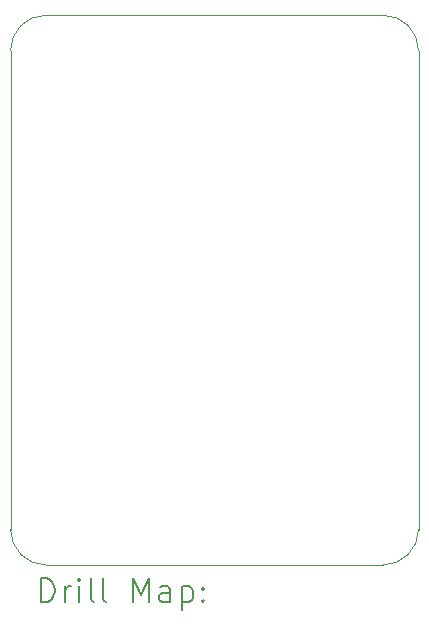
<source format=gbr>
%TF.GenerationSoftware,KiCad,Pcbnew,8.0.8*%
%TF.CreationDate,2025-04-02T15:42:16+05:30*%
%TF.ProjectId,STHDAQ_B1,53544844-4151-45f4-9231-2e6b69636164,rev?*%
%TF.SameCoordinates,Original*%
%TF.FileFunction,Drillmap*%
%TF.FilePolarity,Positive*%
%FSLAX45Y45*%
G04 Gerber Fmt 4.5, Leading zero omitted, Abs format (unit mm)*
G04 Created by KiCad (PCBNEW 8.0.8) date 2025-04-02 15:42:16*
%MOMM*%
%LPD*%
G01*
G04 APERTURE LIST*
%ADD10C,0.050000*%
%ADD11C,0.200000*%
G04 APERTURE END LIST*
D10*
X16921200Y-5135600D02*
G75*
G02*
X17221200Y-5435600I0J-300000D01*
G01*
X16921200Y-9790668D02*
X14066800Y-9790668D01*
X14066800Y-9790668D02*
G75*
G02*
X13766800Y-9490668I0J300000D01*
G01*
X17221200Y-5435600D02*
X17221200Y-9490668D01*
X17221200Y-9490668D02*
G75*
G02*
X16921200Y-9790668I-300000J0D01*
G01*
X13766800Y-9490668D02*
X13766800Y-5435600D01*
X14066800Y-5135600D02*
X16921200Y-5135600D01*
X13766800Y-5435600D02*
G75*
G02*
X14066800Y-5135600I300000J0D01*
G01*
D11*
X14025077Y-10104652D02*
X14025077Y-9904652D01*
X14025077Y-9904652D02*
X14072696Y-9904652D01*
X14072696Y-9904652D02*
X14101267Y-9914176D01*
X14101267Y-9914176D02*
X14120315Y-9933223D01*
X14120315Y-9933223D02*
X14129839Y-9952271D01*
X14129839Y-9952271D02*
X14139362Y-9990366D01*
X14139362Y-9990366D02*
X14139362Y-10018938D01*
X14139362Y-10018938D02*
X14129839Y-10057033D01*
X14129839Y-10057033D02*
X14120315Y-10076080D01*
X14120315Y-10076080D02*
X14101267Y-10095128D01*
X14101267Y-10095128D02*
X14072696Y-10104652D01*
X14072696Y-10104652D02*
X14025077Y-10104652D01*
X14225077Y-10104652D02*
X14225077Y-9971318D01*
X14225077Y-10009414D02*
X14234601Y-9990366D01*
X14234601Y-9990366D02*
X14244124Y-9980842D01*
X14244124Y-9980842D02*
X14263172Y-9971318D01*
X14263172Y-9971318D02*
X14282220Y-9971318D01*
X14348886Y-10104652D02*
X14348886Y-9971318D01*
X14348886Y-9904652D02*
X14339362Y-9914176D01*
X14339362Y-9914176D02*
X14348886Y-9923699D01*
X14348886Y-9923699D02*
X14358410Y-9914176D01*
X14358410Y-9914176D02*
X14348886Y-9904652D01*
X14348886Y-9904652D02*
X14348886Y-9923699D01*
X14472696Y-10104652D02*
X14453648Y-10095128D01*
X14453648Y-10095128D02*
X14444124Y-10076080D01*
X14444124Y-10076080D02*
X14444124Y-9904652D01*
X14577458Y-10104652D02*
X14558410Y-10095128D01*
X14558410Y-10095128D02*
X14548886Y-10076080D01*
X14548886Y-10076080D02*
X14548886Y-9904652D01*
X14806029Y-10104652D02*
X14806029Y-9904652D01*
X14806029Y-9904652D02*
X14872696Y-10047509D01*
X14872696Y-10047509D02*
X14939362Y-9904652D01*
X14939362Y-9904652D02*
X14939362Y-10104652D01*
X15120315Y-10104652D02*
X15120315Y-9999890D01*
X15120315Y-9999890D02*
X15110791Y-9980842D01*
X15110791Y-9980842D02*
X15091743Y-9971318D01*
X15091743Y-9971318D02*
X15053648Y-9971318D01*
X15053648Y-9971318D02*
X15034601Y-9980842D01*
X15120315Y-10095128D02*
X15101267Y-10104652D01*
X15101267Y-10104652D02*
X15053648Y-10104652D01*
X15053648Y-10104652D02*
X15034601Y-10095128D01*
X15034601Y-10095128D02*
X15025077Y-10076080D01*
X15025077Y-10076080D02*
X15025077Y-10057033D01*
X15025077Y-10057033D02*
X15034601Y-10037985D01*
X15034601Y-10037985D02*
X15053648Y-10028461D01*
X15053648Y-10028461D02*
X15101267Y-10028461D01*
X15101267Y-10028461D02*
X15120315Y-10018938D01*
X15215553Y-9971318D02*
X15215553Y-10171318D01*
X15215553Y-9980842D02*
X15234601Y-9971318D01*
X15234601Y-9971318D02*
X15272696Y-9971318D01*
X15272696Y-9971318D02*
X15291743Y-9980842D01*
X15291743Y-9980842D02*
X15301267Y-9990366D01*
X15301267Y-9990366D02*
X15310791Y-10009414D01*
X15310791Y-10009414D02*
X15310791Y-10066557D01*
X15310791Y-10066557D02*
X15301267Y-10085604D01*
X15301267Y-10085604D02*
X15291743Y-10095128D01*
X15291743Y-10095128D02*
X15272696Y-10104652D01*
X15272696Y-10104652D02*
X15234601Y-10104652D01*
X15234601Y-10104652D02*
X15215553Y-10095128D01*
X15396505Y-10085604D02*
X15406029Y-10095128D01*
X15406029Y-10095128D02*
X15396505Y-10104652D01*
X15396505Y-10104652D02*
X15386982Y-10095128D01*
X15386982Y-10095128D02*
X15396505Y-10085604D01*
X15396505Y-10085604D02*
X15396505Y-10104652D01*
X15396505Y-9980842D02*
X15406029Y-9990366D01*
X15406029Y-9990366D02*
X15396505Y-9999890D01*
X15396505Y-9999890D02*
X15386982Y-9990366D01*
X15386982Y-9990366D02*
X15396505Y-9980842D01*
X15396505Y-9980842D02*
X15396505Y-9999890D01*
M02*

</source>
